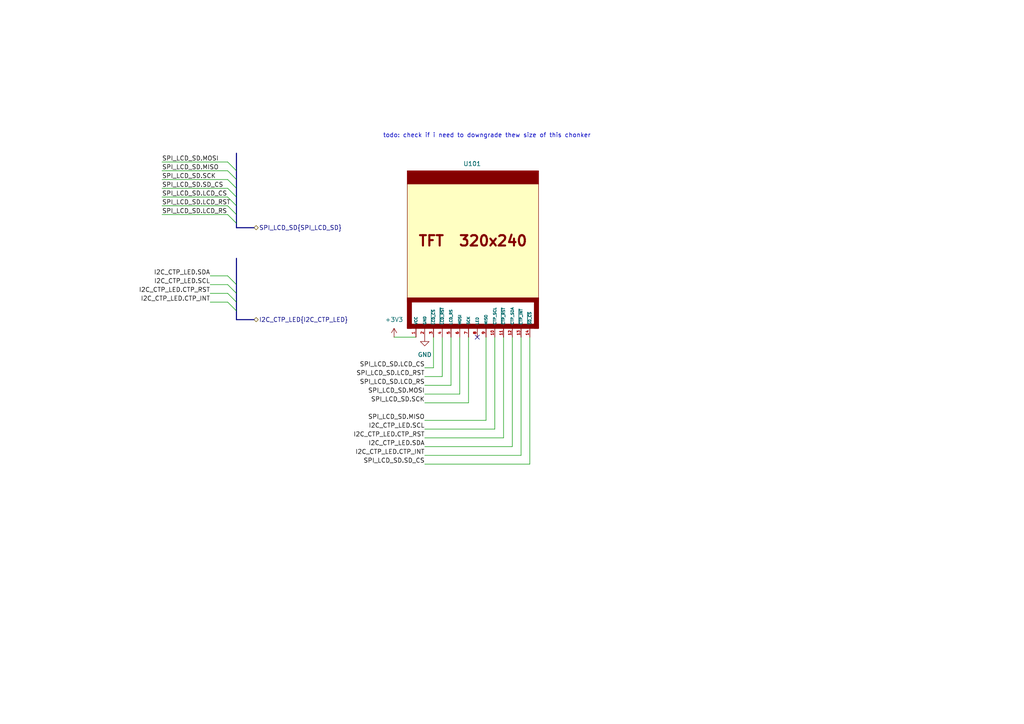
<source format=kicad_sch>
(kicad_sch (version 20250114) (generator "eeschema") (generator_version "9.0")
  (paper "A4")
  (lib_symbols
    (symbol "SamacSys_Parts:3.2inch_IPS_SPI_Module_ILI9341" (pin_names (offset 1.016))
      (property "Reference" "U?" (at 20.32 25.4001 0))
      (property "Value" "3.2inch_IPS_SPI_Module_ILI9341" (at 20.32 22.8601 0))
      (property "Footprint" "SamacSys_Parts:TFT-320x240" (at 20.32 20.3201 0))
      (symbol "3.2inch_IPS_SPI_Module_ILI9341_0_0"
        (text "TFT  320x240" (at 0 25.4 0) (effects (font (size 2.9972 2.9972) (bold yes))))
      )
      (symbol "3.2inch_IPS_SPI_Module_ILI9341_0_1"
        (rectangle (start -19.05 41.91) (end 19.05 45.72) (fill (type outline)))
        (rectangle (start -19.05 41.91) (end 19.05 8.89) (fill (type background)))
        (rectangle (start -19.05 8.89) (end -17.78 0) (fill (type outline)))
        (rectangle (start -19.05 8.89) (end 19.05 7.62) (fill (type outline)))
        (rectangle (start -19.05 8.89) (end 19.05 0))
        (rectangle (start -19.05 1.27) (end 19.05 0) (fill (type outline)))
        (rectangle (start 17.78 8.89) (end 19.05 0) (fill (type outline)))
      )
      (symbol "3.2inch_IPS_SPI_Module_ILI9341_1_1"
        (pin power_in line (at -16.51 -2.54 90) (length 2.54) (name "VCC") (number "1"))
        (pin power_in line (at -13.97 -2.54 90) (length 2.54) (name "GND") (number "2"))
        (pin bidirectional line (at -11.43 -2.54 90) (length 2.54) (name "~{LCD_CS}") (number "3"))
        (pin bidirectional line (at -8.89 -2.54 90) (length 2.54) (name "~{LCD_RST}") (number "4"))
        (pin bidirectional line (at -6.35 -2.54 90) (length 2.54) (name "LCD_RS") (number "5"))
        (pin bidirectional line (at -3.81 -2.54 90) (length 2.54) (name "MOSI") (number "6"))
        (pin bidirectional line (at -1.27 -2.54 90) (length 2.54) (name "SCK") (number "7"))
        (pin power_in line (at 1.27 -2.54 90) (length 2.54) (name "LED") (number "8"))
        (pin bidirectional line (at 3.81 -2.54 90) (length 2.54) (name "MISO") (number "9"))
        (pin bidirectional line (at 6.35 -2.54 90) (length 2.54) (name "CTP_SCL") (number "10"))
        (pin bidirectional line (at 8.89 -2.54 90) (length 2.54) (name "~{CTP_RST}") (number "11"))
        (pin bidirectional line (at 11.43 -2.54 90) (length 2.54) (name "CTP_SDA") (number "12"))
        (pin bidirectional line (at 13.97 -2.54 90) (length 2.54) (name "~{CTP_INT}") (number "13"))
        (pin bidirectional line (at 16.51 -2.54 90) (length 2.54) (name "~{SD_CS}") (number "14"))
      )
    )
    (symbol "power:+3V3" (power) (pin_numbers (hide yes)) (pin_names (offset 0) (hide yes))
      (property "Value" "+3V3" (at 0 3.556 0))
      (symbol "+3V3_0_1"
        (polyline (pts (xy -0.762 1.27) (xy 0 2.54)))
        (polyline (pts (xy 0 2.54) (xy 0.762 1.27)))
        (polyline (pts (xy 0 0) (xy 0 2.54)))
      )
      (symbol "+3V3_1_1"
        (pin power_in line (at 0 0 90) (length 0) (name "~") (number "1"))
      )
    )
    (symbol "power:GND" (power) (pin_numbers (hide yes)) (pin_names (offset 0) (hide yes))
      (property "Value" "GND" (at 0 -3.81 0))
      (symbol "GND_0_1"
        (polyline (pts (xy 0 0) (xy 0 -1.27) (xy 1.27 -1.27) (xy 0 -2.54) (xy -1.27 -1.27) (xy 0 -1.27)))
      )
      (symbol "GND_1_1"
        (pin power_in line (at 0 0 270) (length 0) (name "~") (number "1"))
      )
    )
  )
  (bus_alias "I2C_CTP_LED" (members "CTP_RST" "SCL" "CTP_INT" "SDA" "~{OE}"))
  (bus_alias "SPI_LCD_SD" (members "LCD_RST" "SCK" "MOSI" "SD_CS" "MISO" "LCD_CS" "LCD_RS"))
  (text "todo: check if i need to downgrade thew size of this chonker" (at 141.224 39.37 0) (effects (font (size 1.27 1.27))))
  (no_connect (at 138.43 97.79))
  (bus_entry (at 66.04 85.09) (size 2.54 2.54))
  (bus_entry (at 66.04 49.53) (size 2.54 2.54))
  (bus_entry (at 66.04 82.55) (size 2.54 2.54))
  (bus_entry (at 66.04 46.99) (size 2.54 2.54))
  (bus_entry (at 66.04 59.69) (size 2.54 2.54))
  (bus_entry (at 66.04 52.07) (size 2.54 2.54))
  (bus_entry (at 66.04 57.15) (size 2.54 2.54))
  (bus_entry (at 66.04 62.23) (size 2.54 2.54))
  (bus_entry (at 66.04 87.63) (size 2.54 2.54))
  (bus_entry (at 66.04 54.61) (size 2.54 2.54))
  (bus_entry (at 66.04 80.01) (size 2.54 2.54))
  (bus (pts (xy 68.58 44.45) (xy 68.58 49.53)))
  (wire (pts (xy 123.19 127) (xy 146.05 127)))
  (wire (pts (xy 114.3 97.79) (xy 120.65 97.79)))
  (wire (pts (xy 123.19 134.62) (xy 153.67 134.62)))
  (wire (pts (xy 123.19 129.54) (xy 148.59 129.54)))
  (bus (pts (xy 68.58 59.69) (xy 68.58 62.23)))
  (wire (pts (xy 60.96 85.09) (xy 66.04 85.09)))
  (bus (pts (xy 68.58 74.93) (xy 68.58 82.55)))
  (wire (pts (xy 46.99 49.53) (xy 66.04 49.53)))
  (bus (pts (xy 68.58 66.04) (xy 73.66 66.04)))
  (wire (pts (xy 140.97 97.79) (xy 140.97 121.92)))
  (wire (pts (xy 46.99 59.69) (xy 66.04 59.69)))
  (wire (pts (xy 60.96 82.55) (xy 66.04 82.55)))
  (bus (pts (xy 68.58 52.07) (xy 68.58 54.61)))
  (wire (pts (xy 123.19 121.92) (xy 140.97 121.92)))
  (wire (pts (xy 123.19 132.08) (xy 151.13 132.08)))
  (wire (pts (xy 123.19 124.46) (xy 143.51 124.46)))
  (wire (pts (xy 46.99 52.07) (xy 66.04 52.07)))
  (wire (pts (xy 46.99 54.61) (xy 66.04 54.61)))
  (wire (pts (xy 125.73 97.79) (xy 125.73 106.68)))
  (wire (pts (xy 130.81 97.79) (xy 130.81 111.76)))
  (wire (pts (xy 46.99 62.23) (xy 66.04 62.23)))
  (bus (pts (xy 68.58 92.71) (xy 73.66 92.71)))
  (wire (pts (xy 123.19 114.3) (xy 133.35 114.3)))
  (bus (pts (xy 68.58 87.63) (xy 68.58 90.17)))
  (wire (pts (xy 123.19 111.76) (xy 130.81 111.76)))
  (bus (pts (xy 68.58 82.55) (xy 68.58 85.09)))
  (wire (pts (xy 133.35 97.79) (xy 133.35 114.3)))
  (wire (pts (xy 146.05 97.79) (xy 146.05 127)))
  (wire (pts (xy 123.19 109.22) (xy 128.27 109.22)))
  (wire (pts (xy 128.27 97.79) (xy 128.27 109.22)))
  (wire (pts (xy 143.51 97.79) (xy 143.51 124.46)))
  (wire (pts (xy 60.96 80.01) (xy 66.04 80.01)))
  (bus (pts (xy 68.58 90.17) (xy 68.58 92.71)))
  (wire (pts (xy 123.19 116.84) (xy 135.89 116.84)))
  (wire (pts (xy 123.19 106.68) (xy 125.73 106.68)))
  (bus (pts (xy 68.58 66.04) (xy 68.58 64.77)))
  (bus (pts (xy 68.58 49.53) (xy 68.58 52.07)))
  (bus (pts (xy 68.58 57.15) (xy 68.58 59.69)))
  (wire (pts (xy 60.96 87.63) (xy 66.04 87.63)))
  (bus (pts (xy 68.58 85.09) (xy 68.58 87.63)))
  (wire (pts (xy 153.67 97.79) (xy 153.67 134.62)))
  (wire (pts (xy 148.59 97.79) (xy 148.59 129.54)))
  (wire (pts (xy 46.99 46.99) (xy 66.04 46.99)))
  (wire (pts (xy 135.89 97.79) (xy 135.89 116.84)))
  (wire (pts (xy 151.13 97.79) (xy 151.13 132.08)))
  (wire (pts (xy 46.99 57.15) (xy 66.04 57.15)))
  (bus (pts (xy 68.58 64.77) (xy 68.58 62.23)))
  (bus (pts (xy 68.58 54.61) (xy 68.58 57.15)))
  (label "I2C_CTP_LED.CTP_RST" (at 60.96 85.09 180))
  (label "SPI_LCD_SD.SD_CS" (at 123.19 134.62 180))
  (label "I2C_CTP_LED.CTP_INT" (at 60.96 87.63 180))
  (label "I2C_CTP_LED.SCL" (at 123.19 124.46 180))
  (label "SPI_LCD_SD.SD_CS" (at 46.99 54.61 0))
  (label "I2C_CTP_LED.SCL" (at 60.96 82.55 180))
  (label "SPI_LCD_SD.MISO" (at 123.19 121.92 180))
  (label "SPI_LCD_SD.MOSI" (at 123.19 114.3 180))
  (label "SPI_LCD_SD.SCK" (at 46.99 52.07 0))
  (label "SPI_LCD_SD.LCD_RS" (at 46.99 62.23 0))
  (label "SPI_LCD_SD.LCD_CS" (at 46.99 57.15 0))
  (label "SPI_LCD_SD.LCD_RST" (at 46.99 59.69 0))
  (label "SPI_LCD_SD.MOSI" (at 46.99 46.99 0))
  (label "SPI_LCD_SD.MISO" (at 46.99 49.53 0))
  (label "SPI_LCD_SD.LCD_CS" (at 123.19 106.68 180))
  (label "I2C_CTP_LED.CTP_INT" (at 123.19 132.08 180))
  (label "I2C_CTP_LED.SDA" (at 60.96 80.01 180))
  (label "SPI_LCD_SD.LCD_RST" (at 123.19 109.22 180))
  (label "SPI_LCD_SD.LCD_RS" (at 123.19 111.76 180))
  (label "I2C_CTP_LED.SDA" (at 123.19 129.54 180))
  (label "I2C_CTP_LED.CTP_RST" (at 123.19 127 180))
  (label "SPI_LCD_SD.SCK" (at 123.19 116.84 180))
  (hierarchical_label "I2C_CTP_LED{I2C_CTP_LED}" (shape bidirectional) (at 73.66 92.71 0))
  (hierarchical_label "SPI_LCD_SD{SPI_LCD_SD}" (shape bidirectional) (at 73.66 66.04 0))
  (symbol (lib_id "power:GND") (at 123.19 97.79 0) (unit 1)
    (property "Reference" "#PWR0139" (effects (hide yes)))
    (property "Value" "GND" (at 123.19 102.87 0))
    (property "Description" "Power symbol creates a global label with name \"GND\" , ground" (effects (hide yes)))
  )
  (symbol (lib_id "power:+3V3") (at 114.3 97.79 0) (unit 1)
    (property "Reference" "#PWR0138" (effects (hide yes)))
    (property "Value" "+3V3" (at 114.3 92.71 0))
    (property "Description" "Power symbol creates a global label with name \"+3V3\"" (effects (hide yes)))
  )
  (symbol (lib_id "SamacSys_Parts:3.2inch_IPS_SPI_Module_ILI9341") (at 137.16 95.25 0) (unit 1)
    (property "Reference" "U101" (at 134.366 47.498 0) (effects (justify left)))
    (property "Value" "3.2inch_IPS_SPI_Module_ILI9341" (effects (hide yes)))
    (property "Footprint" "SamacSys_Parts:TFT-320x240" (effects (hide yes)))
  )
)
</source>
